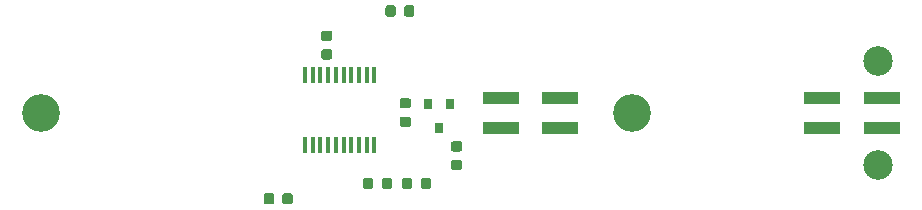
<source format=gbr>
G04 #@! TF.GenerationSoftware,KiCad,Pcbnew,(5.1.2)-2*
G04 #@! TF.CreationDate,2020-05-22T00:53:43-04:00*
G04 #@! TF.ProjectId,AddressableLED,41646472-6573-4736-9162-6c654c45442e,rev?*
G04 #@! TF.SameCoordinates,Original*
G04 #@! TF.FileFunction,Soldermask,Bot*
G04 #@! TF.FilePolarity,Negative*
%FSLAX46Y46*%
G04 Gerber Fmt 4.6, Leading zero omitted, Abs format (unit mm)*
G04 Created by KiCad (PCBNEW (5.1.2)-2) date 2020-05-22 00:53:43*
%MOMM*%
%LPD*%
G04 APERTURE LIST*
%ADD10C,3.200000*%
%ADD11C,0.100000*%
%ADD12C,0.875000*%
%ADD13R,3.150000X1.000000*%
%ADD14C,2.500000*%
%ADD15R,0.450000X1.450000*%
%ADD16R,0.800000X0.900000*%
G04 APERTURE END LIST*
D10*
X114700000Y-110000000D03*
D11*
G36*
X134252691Y-116826053D02*
G01*
X134273926Y-116829203D01*
X134294750Y-116834419D01*
X134314962Y-116841651D01*
X134334368Y-116850830D01*
X134352781Y-116861866D01*
X134370024Y-116874654D01*
X134385930Y-116889070D01*
X134400346Y-116904976D01*
X134413134Y-116922219D01*
X134424170Y-116940632D01*
X134433349Y-116960038D01*
X134440581Y-116980250D01*
X134445797Y-117001074D01*
X134448947Y-117022309D01*
X134450000Y-117043750D01*
X134450000Y-117556250D01*
X134448947Y-117577691D01*
X134445797Y-117598926D01*
X134440581Y-117619750D01*
X134433349Y-117639962D01*
X134424170Y-117659368D01*
X134413134Y-117677781D01*
X134400346Y-117695024D01*
X134385930Y-117710930D01*
X134370024Y-117725346D01*
X134352781Y-117738134D01*
X134334368Y-117749170D01*
X134314962Y-117758349D01*
X134294750Y-117765581D01*
X134273926Y-117770797D01*
X134252691Y-117773947D01*
X134231250Y-117775000D01*
X133793750Y-117775000D01*
X133772309Y-117773947D01*
X133751074Y-117770797D01*
X133730250Y-117765581D01*
X133710038Y-117758349D01*
X133690632Y-117749170D01*
X133672219Y-117738134D01*
X133654976Y-117725346D01*
X133639070Y-117710930D01*
X133624654Y-117695024D01*
X133611866Y-117677781D01*
X133600830Y-117659368D01*
X133591651Y-117639962D01*
X133584419Y-117619750D01*
X133579203Y-117598926D01*
X133576053Y-117577691D01*
X133575000Y-117556250D01*
X133575000Y-117043750D01*
X133576053Y-117022309D01*
X133579203Y-117001074D01*
X133584419Y-116980250D01*
X133591651Y-116960038D01*
X133600830Y-116940632D01*
X133611866Y-116922219D01*
X133624654Y-116904976D01*
X133639070Y-116889070D01*
X133654976Y-116874654D01*
X133672219Y-116861866D01*
X133690632Y-116850830D01*
X133710038Y-116841651D01*
X133730250Y-116834419D01*
X133751074Y-116829203D01*
X133772309Y-116826053D01*
X133793750Y-116825000D01*
X134231250Y-116825000D01*
X134252691Y-116826053D01*
X134252691Y-116826053D01*
G37*
D12*
X134012500Y-117300000D03*
D11*
G36*
X135827691Y-116826053D02*
G01*
X135848926Y-116829203D01*
X135869750Y-116834419D01*
X135889962Y-116841651D01*
X135909368Y-116850830D01*
X135927781Y-116861866D01*
X135945024Y-116874654D01*
X135960930Y-116889070D01*
X135975346Y-116904976D01*
X135988134Y-116922219D01*
X135999170Y-116940632D01*
X136008349Y-116960038D01*
X136015581Y-116980250D01*
X136020797Y-117001074D01*
X136023947Y-117022309D01*
X136025000Y-117043750D01*
X136025000Y-117556250D01*
X136023947Y-117577691D01*
X136020797Y-117598926D01*
X136015581Y-117619750D01*
X136008349Y-117639962D01*
X135999170Y-117659368D01*
X135988134Y-117677781D01*
X135975346Y-117695024D01*
X135960930Y-117710930D01*
X135945024Y-117725346D01*
X135927781Y-117738134D01*
X135909368Y-117749170D01*
X135889962Y-117758349D01*
X135869750Y-117765581D01*
X135848926Y-117770797D01*
X135827691Y-117773947D01*
X135806250Y-117775000D01*
X135368750Y-117775000D01*
X135347309Y-117773947D01*
X135326074Y-117770797D01*
X135305250Y-117765581D01*
X135285038Y-117758349D01*
X135265632Y-117749170D01*
X135247219Y-117738134D01*
X135229976Y-117725346D01*
X135214070Y-117710930D01*
X135199654Y-117695024D01*
X135186866Y-117677781D01*
X135175830Y-117659368D01*
X135166651Y-117639962D01*
X135159419Y-117619750D01*
X135154203Y-117598926D01*
X135151053Y-117577691D01*
X135150000Y-117556250D01*
X135150000Y-117043750D01*
X135151053Y-117022309D01*
X135154203Y-117001074D01*
X135159419Y-116980250D01*
X135166651Y-116960038D01*
X135175830Y-116940632D01*
X135186866Y-116922219D01*
X135199654Y-116904976D01*
X135214070Y-116889070D01*
X135229976Y-116874654D01*
X135247219Y-116861866D01*
X135265632Y-116850830D01*
X135285038Y-116841651D01*
X135305250Y-116834419D01*
X135326074Y-116829203D01*
X135347309Y-116826053D01*
X135368750Y-116825000D01*
X135806250Y-116825000D01*
X135827691Y-116826053D01*
X135827691Y-116826053D01*
G37*
D12*
X135587500Y-117300000D03*
D13*
X180875000Y-111270000D03*
X180875000Y-108730000D03*
X185925000Y-108730000D03*
X185925000Y-111270000D03*
X158675000Y-108730000D03*
X153625000Y-108730000D03*
X158675000Y-111270000D03*
X153625000Y-111270000D03*
D14*
X185600000Y-114400000D03*
X185600000Y-105600000D03*
D15*
X137075000Y-112750000D03*
X137725000Y-112750000D03*
X138375000Y-112750000D03*
X139025000Y-112750000D03*
X139675000Y-112750000D03*
X140325000Y-112750000D03*
X140975000Y-112750000D03*
X141625000Y-112750000D03*
X142275000Y-112750000D03*
X142925000Y-112750000D03*
X142925000Y-106850000D03*
X142275000Y-106850000D03*
X141625000Y-106850000D03*
X140975000Y-106850000D03*
X140325000Y-106850000D03*
X139675000Y-106850000D03*
X139025000Y-106850000D03*
X138375000Y-106850000D03*
X137725000Y-106850000D03*
X137075000Y-106850000D03*
D16*
X148400000Y-111300000D03*
X149350000Y-109300000D03*
X147450000Y-109300000D03*
D11*
G36*
X146127691Y-100926053D02*
G01*
X146148926Y-100929203D01*
X146169750Y-100934419D01*
X146189962Y-100941651D01*
X146209368Y-100950830D01*
X146227781Y-100961866D01*
X146245024Y-100974654D01*
X146260930Y-100989070D01*
X146275346Y-101004976D01*
X146288134Y-101022219D01*
X146299170Y-101040632D01*
X146308349Y-101060038D01*
X146315581Y-101080250D01*
X146320797Y-101101074D01*
X146323947Y-101122309D01*
X146325000Y-101143750D01*
X146325000Y-101656250D01*
X146323947Y-101677691D01*
X146320797Y-101698926D01*
X146315581Y-101719750D01*
X146308349Y-101739962D01*
X146299170Y-101759368D01*
X146288134Y-101777781D01*
X146275346Y-101795024D01*
X146260930Y-101810930D01*
X146245024Y-101825346D01*
X146227781Y-101838134D01*
X146209368Y-101849170D01*
X146189962Y-101858349D01*
X146169750Y-101865581D01*
X146148926Y-101870797D01*
X146127691Y-101873947D01*
X146106250Y-101875000D01*
X145668750Y-101875000D01*
X145647309Y-101873947D01*
X145626074Y-101870797D01*
X145605250Y-101865581D01*
X145585038Y-101858349D01*
X145565632Y-101849170D01*
X145547219Y-101838134D01*
X145529976Y-101825346D01*
X145514070Y-101810930D01*
X145499654Y-101795024D01*
X145486866Y-101777781D01*
X145475830Y-101759368D01*
X145466651Y-101739962D01*
X145459419Y-101719750D01*
X145454203Y-101698926D01*
X145451053Y-101677691D01*
X145450000Y-101656250D01*
X145450000Y-101143750D01*
X145451053Y-101122309D01*
X145454203Y-101101074D01*
X145459419Y-101080250D01*
X145466651Y-101060038D01*
X145475830Y-101040632D01*
X145486866Y-101022219D01*
X145499654Y-101004976D01*
X145514070Y-100989070D01*
X145529976Y-100974654D01*
X145547219Y-100961866D01*
X145565632Y-100950830D01*
X145585038Y-100941651D01*
X145605250Y-100934419D01*
X145626074Y-100929203D01*
X145647309Y-100926053D01*
X145668750Y-100925000D01*
X146106250Y-100925000D01*
X146127691Y-100926053D01*
X146127691Y-100926053D01*
G37*
D12*
X145887500Y-101400000D03*
D11*
G36*
X144552691Y-100926053D02*
G01*
X144573926Y-100929203D01*
X144594750Y-100934419D01*
X144614962Y-100941651D01*
X144634368Y-100950830D01*
X144652781Y-100961866D01*
X144670024Y-100974654D01*
X144685930Y-100989070D01*
X144700346Y-101004976D01*
X144713134Y-101022219D01*
X144724170Y-101040632D01*
X144733349Y-101060038D01*
X144740581Y-101080250D01*
X144745797Y-101101074D01*
X144748947Y-101122309D01*
X144750000Y-101143750D01*
X144750000Y-101656250D01*
X144748947Y-101677691D01*
X144745797Y-101698926D01*
X144740581Y-101719750D01*
X144733349Y-101739962D01*
X144724170Y-101759368D01*
X144713134Y-101777781D01*
X144700346Y-101795024D01*
X144685930Y-101810930D01*
X144670024Y-101825346D01*
X144652781Y-101838134D01*
X144634368Y-101849170D01*
X144614962Y-101858349D01*
X144594750Y-101865581D01*
X144573926Y-101870797D01*
X144552691Y-101873947D01*
X144531250Y-101875000D01*
X144093750Y-101875000D01*
X144072309Y-101873947D01*
X144051074Y-101870797D01*
X144030250Y-101865581D01*
X144010038Y-101858349D01*
X143990632Y-101849170D01*
X143972219Y-101838134D01*
X143954976Y-101825346D01*
X143939070Y-101810930D01*
X143924654Y-101795024D01*
X143911866Y-101777781D01*
X143900830Y-101759368D01*
X143891651Y-101739962D01*
X143884419Y-101719750D01*
X143879203Y-101698926D01*
X143876053Y-101677691D01*
X143875000Y-101656250D01*
X143875000Y-101143750D01*
X143876053Y-101122309D01*
X143879203Y-101101074D01*
X143884419Y-101080250D01*
X143891651Y-101060038D01*
X143900830Y-101040632D01*
X143911866Y-101022219D01*
X143924654Y-101004976D01*
X143939070Y-100989070D01*
X143954976Y-100974654D01*
X143972219Y-100961866D01*
X143990632Y-100950830D01*
X144010038Y-100941651D01*
X144030250Y-100934419D01*
X144051074Y-100929203D01*
X144072309Y-100926053D01*
X144093750Y-100925000D01*
X144531250Y-100925000D01*
X144552691Y-100926053D01*
X144552691Y-100926053D01*
G37*
D12*
X144312500Y-101400000D03*
D11*
G36*
X139177691Y-103063553D02*
G01*
X139198926Y-103066703D01*
X139219750Y-103071919D01*
X139239962Y-103079151D01*
X139259368Y-103088330D01*
X139277781Y-103099366D01*
X139295024Y-103112154D01*
X139310930Y-103126570D01*
X139325346Y-103142476D01*
X139338134Y-103159719D01*
X139349170Y-103178132D01*
X139358349Y-103197538D01*
X139365581Y-103217750D01*
X139370797Y-103238574D01*
X139373947Y-103259809D01*
X139375000Y-103281250D01*
X139375000Y-103718750D01*
X139373947Y-103740191D01*
X139370797Y-103761426D01*
X139365581Y-103782250D01*
X139358349Y-103802462D01*
X139349170Y-103821868D01*
X139338134Y-103840281D01*
X139325346Y-103857524D01*
X139310930Y-103873430D01*
X139295024Y-103887846D01*
X139277781Y-103900634D01*
X139259368Y-103911670D01*
X139239962Y-103920849D01*
X139219750Y-103928081D01*
X139198926Y-103933297D01*
X139177691Y-103936447D01*
X139156250Y-103937500D01*
X138643750Y-103937500D01*
X138622309Y-103936447D01*
X138601074Y-103933297D01*
X138580250Y-103928081D01*
X138560038Y-103920849D01*
X138540632Y-103911670D01*
X138522219Y-103900634D01*
X138504976Y-103887846D01*
X138489070Y-103873430D01*
X138474654Y-103857524D01*
X138461866Y-103840281D01*
X138450830Y-103821868D01*
X138441651Y-103802462D01*
X138434419Y-103782250D01*
X138429203Y-103761426D01*
X138426053Y-103740191D01*
X138425000Y-103718750D01*
X138425000Y-103281250D01*
X138426053Y-103259809D01*
X138429203Y-103238574D01*
X138434419Y-103217750D01*
X138441651Y-103197538D01*
X138450830Y-103178132D01*
X138461866Y-103159719D01*
X138474654Y-103142476D01*
X138489070Y-103126570D01*
X138504976Y-103112154D01*
X138522219Y-103099366D01*
X138540632Y-103088330D01*
X138560038Y-103079151D01*
X138580250Y-103071919D01*
X138601074Y-103066703D01*
X138622309Y-103063553D01*
X138643750Y-103062500D01*
X139156250Y-103062500D01*
X139177691Y-103063553D01*
X139177691Y-103063553D01*
G37*
D12*
X138900000Y-103500000D03*
D11*
G36*
X139177691Y-104638553D02*
G01*
X139198926Y-104641703D01*
X139219750Y-104646919D01*
X139239962Y-104654151D01*
X139259368Y-104663330D01*
X139277781Y-104674366D01*
X139295024Y-104687154D01*
X139310930Y-104701570D01*
X139325346Y-104717476D01*
X139338134Y-104734719D01*
X139349170Y-104753132D01*
X139358349Y-104772538D01*
X139365581Y-104792750D01*
X139370797Y-104813574D01*
X139373947Y-104834809D01*
X139375000Y-104856250D01*
X139375000Y-105293750D01*
X139373947Y-105315191D01*
X139370797Y-105336426D01*
X139365581Y-105357250D01*
X139358349Y-105377462D01*
X139349170Y-105396868D01*
X139338134Y-105415281D01*
X139325346Y-105432524D01*
X139310930Y-105448430D01*
X139295024Y-105462846D01*
X139277781Y-105475634D01*
X139259368Y-105486670D01*
X139239962Y-105495849D01*
X139219750Y-105503081D01*
X139198926Y-105508297D01*
X139177691Y-105511447D01*
X139156250Y-105512500D01*
X138643750Y-105512500D01*
X138622309Y-105511447D01*
X138601074Y-105508297D01*
X138580250Y-105503081D01*
X138560038Y-105495849D01*
X138540632Y-105486670D01*
X138522219Y-105475634D01*
X138504976Y-105462846D01*
X138489070Y-105448430D01*
X138474654Y-105432524D01*
X138461866Y-105415281D01*
X138450830Y-105396868D01*
X138441651Y-105377462D01*
X138434419Y-105357250D01*
X138429203Y-105336426D01*
X138426053Y-105315191D01*
X138425000Y-105293750D01*
X138425000Y-104856250D01*
X138426053Y-104834809D01*
X138429203Y-104813574D01*
X138434419Y-104792750D01*
X138441651Y-104772538D01*
X138450830Y-104753132D01*
X138461866Y-104734719D01*
X138474654Y-104717476D01*
X138489070Y-104701570D01*
X138504976Y-104687154D01*
X138522219Y-104674366D01*
X138540632Y-104663330D01*
X138560038Y-104654151D01*
X138580250Y-104646919D01*
X138601074Y-104641703D01*
X138622309Y-104638553D01*
X138643750Y-104637500D01*
X139156250Y-104637500D01*
X139177691Y-104638553D01*
X139177691Y-104638553D01*
G37*
D12*
X138900000Y-105075000D03*
D11*
G36*
X147527691Y-115526053D02*
G01*
X147548926Y-115529203D01*
X147569750Y-115534419D01*
X147589962Y-115541651D01*
X147609368Y-115550830D01*
X147627781Y-115561866D01*
X147645024Y-115574654D01*
X147660930Y-115589070D01*
X147675346Y-115604976D01*
X147688134Y-115622219D01*
X147699170Y-115640632D01*
X147708349Y-115660038D01*
X147715581Y-115680250D01*
X147720797Y-115701074D01*
X147723947Y-115722309D01*
X147725000Y-115743750D01*
X147725000Y-116256250D01*
X147723947Y-116277691D01*
X147720797Y-116298926D01*
X147715581Y-116319750D01*
X147708349Y-116339962D01*
X147699170Y-116359368D01*
X147688134Y-116377781D01*
X147675346Y-116395024D01*
X147660930Y-116410930D01*
X147645024Y-116425346D01*
X147627781Y-116438134D01*
X147609368Y-116449170D01*
X147589962Y-116458349D01*
X147569750Y-116465581D01*
X147548926Y-116470797D01*
X147527691Y-116473947D01*
X147506250Y-116475000D01*
X147068750Y-116475000D01*
X147047309Y-116473947D01*
X147026074Y-116470797D01*
X147005250Y-116465581D01*
X146985038Y-116458349D01*
X146965632Y-116449170D01*
X146947219Y-116438134D01*
X146929976Y-116425346D01*
X146914070Y-116410930D01*
X146899654Y-116395024D01*
X146886866Y-116377781D01*
X146875830Y-116359368D01*
X146866651Y-116339962D01*
X146859419Y-116319750D01*
X146854203Y-116298926D01*
X146851053Y-116277691D01*
X146850000Y-116256250D01*
X146850000Y-115743750D01*
X146851053Y-115722309D01*
X146854203Y-115701074D01*
X146859419Y-115680250D01*
X146866651Y-115660038D01*
X146875830Y-115640632D01*
X146886866Y-115622219D01*
X146899654Y-115604976D01*
X146914070Y-115589070D01*
X146929976Y-115574654D01*
X146947219Y-115561866D01*
X146965632Y-115550830D01*
X146985038Y-115541651D01*
X147005250Y-115534419D01*
X147026074Y-115529203D01*
X147047309Y-115526053D01*
X147068750Y-115525000D01*
X147506250Y-115525000D01*
X147527691Y-115526053D01*
X147527691Y-115526053D01*
G37*
D12*
X147287500Y-116000000D03*
D11*
G36*
X145952691Y-115526053D02*
G01*
X145973926Y-115529203D01*
X145994750Y-115534419D01*
X146014962Y-115541651D01*
X146034368Y-115550830D01*
X146052781Y-115561866D01*
X146070024Y-115574654D01*
X146085930Y-115589070D01*
X146100346Y-115604976D01*
X146113134Y-115622219D01*
X146124170Y-115640632D01*
X146133349Y-115660038D01*
X146140581Y-115680250D01*
X146145797Y-115701074D01*
X146148947Y-115722309D01*
X146150000Y-115743750D01*
X146150000Y-116256250D01*
X146148947Y-116277691D01*
X146145797Y-116298926D01*
X146140581Y-116319750D01*
X146133349Y-116339962D01*
X146124170Y-116359368D01*
X146113134Y-116377781D01*
X146100346Y-116395024D01*
X146085930Y-116410930D01*
X146070024Y-116425346D01*
X146052781Y-116438134D01*
X146034368Y-116449170D01*
X146014962Y-116458349D01*
X145994750Y-116465581D01*
X145973926Y-116470797D01*
X145952691Y-116473947D01*
X145931250Y-116475000D01*
X145493750Y-116475000D01*
X145472309Y-116473947D01*
X145451074Y-116470797D01*
X145430250Y-116465581D01*
X145410038Y-116458349D01*
X145390632Y-116449170D01*
X145372219Y-116438134D01*
X145354976Y-116425346D01*
X145339070Y-116410930D01*
X145324654Y-116395024D01*
X145311866Y-116377781D01*
X145300830Y-116359368D01*
X145291651Y-116339962D01*
X145284419Y-116319750D01*
X145279203Y-116298926D01*
X145276053Y-116277691D01*
X145275000Y-116256250D01*
X145275000Y-115743750D01*
X145276053Y-115722309D01*
X145279203Y-115701074D01*
X145284419Y-115680250D01*
X145291651Y-115660038D01*
X145300830Y-115640632D01*
X145311866Y-115622219D01*
X145324654Y-115604976D01*
X145339070Y-115589070D01*
X145354976Y-115574654D01*
X145372219Y-115561866D01*
X145390632Y-115550830D01*
X145410038Y-115541651D01*
X145430250Y-115534419D01*
X145451074Y-115529203D01*
X145472309Y-115526053D01*
X145493750Y-115525000D01*
X145931250Y-115525000D01*
X145952691Y-115526053D01*
X145952691Y-115526053D01*
G37*
D12*
X145712500Y-116000000D03*
D11*
G36*
X142652691Y-115526053D02*
G01*
X142673926Y-115529203D01*
X142694750Y-115534419D01*
X142714962Y-115541651D01*
X142734368Y-115550830D01*
X142752781Y-115561866D01*
X142770024Y-115574654D01*
X142785930Y-115589070D01*
X142800346Y-115604976D01*
X142813134Y-115622219D01*
X142824170Y-115640632D01*
X142833349Y-115660038D01*
X142840581Y-115680250D01*
X142845797Y-115701074D01*
X142848947Y-115722309D01*
X142850000Y-115743750D01*
X142850000Y-116256250D01*
X142848947Y-116277691D01*
X142845797Y-116298926D01*
X142840581Y-116319750D01*
X142833349Y-116339962D01*
X142824170Y-116359368D01*
X142813134Y-116377781D01*
X142800346Y-116395024D01*
X142785930Y-116410930D01*
X142770024Y-116425346D01*
X142752781Y-116438134D01*
X142734368Y-116449170D01*
X142714962Y-116458349D01*
X142694750Y-116465581D01*
X142673926Y-116470797D01*
X142652691Y-116473947D01*
X142631250Y-116475000D01*
X142193750Y-116475000D01*
X142172309Y-116473947D01*
X142151074Y-116470797D01*
X142130250Y-116465581D01*
X142110038Y-116458349D01*
X142090632Y-116449170D01*
X142072219Y-116438134D01*
X142054976Y-116425346D01*
X142039070Y-116410930D01*
X142024654Y-116395024D01*
X142011866Y-116377781D01*
X142000830Y-116359368D01*
X141991651Y-116339962D01*
X141984419Y-116319750D01*
X141979203Y-116298926D01*
X141976053Y-116277691D01*
X141975000Y-116256250D01*
X141975000Y-115743750D01*
X141976053Y-115722309D01*
X141979203Y-115701074D01*
X141984419Y-115680250D01*
X141991651Y-115660038D01*
X142000830Y-115640632D01*
X142011866Y-115622219D01*
X142024654Y-115604976D01*
X142039070Y-115589070D01*
X142054976Y-115574654D01*
X142072219Y-115561866D01*
X142090632Y-115550830D01*
X142110038Y-115541651D01*
X142130250Y-115534419D01*
X142151074Y-115529203D01*
X142172309Y-115526053D01*
X142193750Y-115525000D01*
X142631250Y-115525000D01*
X142652691Y-115526053D01*
X142652691Y-115526053D01*
G37*
D12*
X142412500Y-116000000D03*
D11*
G36*
X144227691Y-115526053D02*
G01*
X144248926Y-115529203D01*
X144269750Y-115534419D01*
X144289962Y-115541651D01*
X144309368Y-115550830D01*
X144327781Y-115561866D01*
X144345024Y-115574654D01*
X144360930Y-115589070D01*
X144375346Y-115604976D01*
X144388134Y-115622219D01*
X144399170Y-115640632D01*
X144408349Y-115660038D01*
X144415581Y-115680250D01*
X144420797Y-115701074D01*
X144423947Y-115722309D01*
X144425000Y-115743750D01*
X144425000Y-116256250D01*
X144423947Y-116277691D01*
X144420797Y-116298926D01*
X144415581Y-116319750D01*
X144408349Y-116339962D01*
X144399170Y-116359368D01*
X144388134Y-116377781D01*
X144375346Y-116395024D01*
X144360930Y-116410930D01*
X144345024Y-116425346D01*
X144327781Y-116438134D01*
X144309368Y-116449170D01*
X144289962Y-116458349D01*
X144269750Y-116465581D01*
X144248926Y-116470797D01*
X144227691Y-116473947D01*
X144206250Y-116475000D01*
X143768750Y-116475000D01*
X143747309Y-116473947D01*
X143726074Y-116470797D01*
X143705250Y-116465581D01*
X143685038Y-116458349D01*
X143665632Y-116449170D01*
X143647219Y-116438134D01*
X143629976Y-116425346D01*
X143614070Y-116410930D01*
X143599654Y-116395024D01*
X143586866Y-116377781D01*
X143575830Y-116359368D01*
X143566651Y-116339962D01*
X143559419Y-116319750D01*
X143554203Y-116298926D01*
X143551053Y-116277691D01*
X143550000Y-116256250D01*
X143550000Y-115743750D01*
X143551053Y-115722309D01*
X143554203Y-115701074D01*
X143559419Y-115680250D01*
X143566651Y-115660038D01*
X143575830Y-115640632D01*
X143586866Y-115622219D01*
X143599654Y-115604976D01*
X143614070Y-115589070D01*
X143629976Y-115574654D01*
X143647219Y-115561866D01*
X143665632Y-115550830D01*
X143685038Y-115541651D01*
X143705250Y-115534419D01*
X143726074Y-115529203D01*
X143747309Y-115526053D01*
X143768750Y-115525000D01*
X144206250Y-115525000D01*
X144227691Y-115526053D01*
X144227691Y-115526053D01*
G37*
D12*
X143987500Y-116000000D03*
D11*
G36*
X145827691Y-110351053D02*
G01*
X145848926Y-110354203D01*
X145869750Y-110359419D01*
X145889962Y-110366651D01*
X145909368Y-110375830D01*
X145927781Y-110386866D01*
X145945024Y-110399654D01*
X145960930Y-110414070D01*
X145975346Y-110429976D01*
X145988134Y-110447219D01*
X145999170Y-110465632D01*
X146008349Y-110485038D01*
X146015581Y-110505250D01*
X146020797Y-110526074D01*
X146023947Y-110547309D01*
X146025000Y-110568750D01*
X146025000Y-111006250D01*
X146023947Y-111027691D01*
X146020797Y-111048926D01*
X146015581Y-111069750D01*
X146008349Y-111089962D01*
X145999170Y-111109368D01*
X145988134Y-111127781D01*
X145975346Y-111145024D01*
X145960930Y-111160930D01*
X145945024Y-111175346D01*
X145927781Y-111188134D01*
X145909368Y-111199170D01*
X145889962Y-111208349D01*
X145869750Y-111215581D01*
X145848926Y-111220797D01*
X145827691Y-111223947D01*
X145806250Y-111225000D01*
X145293750Y-111225000D01*
X145272309Y-111223947D01*
X145251074Y-111220797D01*
X145230250Y-111215581D01*
X145210038Y-111208349D01*
X145190632Y-111199170D01*
X145172219Y-111188134D01*
X145154976Y-111175346D01*
X145139070Y-111160930D01*
X145124654Y-111145024D01*
X145111866Y-111127781D01*
X145100830Y-111109368D01*
X145091651Y-111089962D01*
X145084419Y-111069750D01*
X145079203Y-111048926D01*
X145076053Y-111027691D01*
X145075000Y-111006250D01*
X145075000Y-110568750D01*
X145076053Y-110547309D01*
X145079203Y-110526074D01*
X145084419Y-110505250D01*
X145091651Y-110485038D01*
X145100830Y-110465632D01*
X145111866Y-110447219D01*
X145124654Y-110429976D01*
X145139070Y-110414070D01*
X145154976Y-110399654D01*
X145172219Y-110386866D01*
X145190632Y-110375830D01*
X145210038Y-110366651D01*
X145230250Y-110359419D01*
X145251074Y-110354203D01*
X145272309Y-110351053D01*
X145293750Y-110350000D01*
X145806250Y-110350000D01*
X145827691Y-110351053D01*
X145827691Y-110351053D01*
G37*
D12*
X145550000Y-110787500D03*
D11*
G36*
X145827691Y-108776053D02*
G01*
X145848926Y-108779203D01*
X145869750Y-108784419D01*
X145889962Y-108791651D01*
X145909368Y-108800830D01*
X145927781Y-108811866D01*
X145945024Y-108824654D01*
X145960930Y-108839070D01*
X145975346Y-108854976D01*
X145988134Y-108872219D01*
X145999170Y-108890632D01*
X146008349Y-108910038D01*
X146015581Y-108930250D01*
X146020797Y-108951074D01*
X146023947Y-108972309D01*
X146025000Y-108993750D01*
X146025000Y-109431250D01*
X146023947Y-109452691D01*
X146020797Y-109473926D01*
X146015581Y-109494750D01*
X146008349Y-109514962D01*
X145999170Y-109534368D01*
X145988134Y-109552781D01*
X145975346Y-109570024D01*
X145960930Y-109585930D01*
X145945024Y-109600346D01*
X145927781Y-109613134D01*
X145909368Y-109624170D01*
X145889962Y-109633349D01*
X145869750Y-109640581D01*
X145848926Y-109645797D01*
X145827691Y-109648947D01*
X145806250Y-109650000D01*
X145293750Y-109650000D01*
X145272309Y-109648947D01*
X145251074Y-109645797D01*
X145230250Y-109640581D01*
X145210038Y-109633349D01*
X145190632Y-109624170D01*
X145172219Y-109613134D01*
X145154976Y-109600346D01*
X145139070Y-109585930D01*
X145124654Y-109570024D01*
X145111866Y-109552781D01*
X145100830Y-109534368D01*
X145091651Y-109514962D01*
X145084419Y-109494750D01*
X145079203Y-109473926D01*
X145076053Y-109452691D01*
X145075000Y-109431250D01*
X145075000Y-108993750D01*
X145076053Y-108972309D01*
X145079203Y-108951074D01*
X145084419Y-108930250D01*
X145091651Y-108910038D01*
X145100830Y-108890632D01*
X145111866Y-108872219D01*
X145124654Y-108854976D01*
X145139070Y-108839070D01*
X145154976Y-108824654D01*
X145172219Y-108811866D01*
X145190632Y-108800830D01*
X145210038Y-108791651D01*
X145230250Y-108784419D01*
X145251074Y-108779203D01*
X145272309Y-108776053D01*
X145293750Y-108775000D01*
X145806250Y-108775000D01*
X145827691Y-108776053D01*
X145827691Y-108776053D01*
G37*
D12*
X145550000Y-109212500D03*
D11*
G36*
X150177691Y-114001053D02*
G01*
X150198926Y-114004203D01*
X150219750Y-114009419D01*
X150239962Y-114016651D01*
X150259368Y-114025830D01*
X150277781Y-114036866D01*
X150295024Y-114049654D01*
X150310930Y-114064070D01*
X150325346Y-114079976D01*
X150338134Y-114097219D01*
X150349170Y-114115632D01*
X150358349Y-114135038D01*
X150365581Y-114155250D01*
X150370797Y-114176074D01*
X150373947Y-114197309D01*
X150375000Y-114218750D01*
X150375000Y-114656250D01*
X150373947Y-114677691D01*
X150370797Y-114698926D01*
X150365581Y-114719750D01*
X150358349Y-114739962D01*
X150349170Y-114759368D01*
X150338134Y-114777781D01*
X150325346Y-114795024D01*
X150310930Y-114810930D01*
X150295024Y-114825346D01*
X150277781Y-114838134D01*
X150259368Y-114849170D01*
X150239962Y-114858349D01*
X150219750Y-114865581D01*
X150198926Y-114870797D01*
X150177691Y-114873947D01*
X150156250Y-114875000D01*
X149643750Y-114875000D01*
X149622309Y-114873947D01*
X149601074Y-114870797D01*
X149580250Y-114865581D01*
X149560038Y-114858349D01*
X149540632Y-114849170D01*
X149522219Y-114838134D01*
X149504976Y-114825346D01*
X149489070Y-114810930D01*
X149474654Y-114795024D01*
X149461866Y-114777781D01*
X149450830Y-114759368D01*
X149441651Y-114739962D01*
X149434419Y-114719750D01*
X149429203Y-114698926D01*
X149426053Y-114677691D01*
X149425000Y-114656250D01*
X149425000Y-114218750D01*
X149426053Y-114197309D01*
X149429203Y-114176074D01*
X149434419Y-114155250D01*
X149441651Y-114135038D01*
X149450830Y-114115632D01*
X149461866Y-114097219D01*
X149474654Y-114079976D01*
X149489070Y-114064070D01*
X149504976Y-114049654D01*
X149522219Y-114036866D01*
X149540632Y-114025830D01*
X149560038Y-114016651D01*
X149580250Y-114009419D01*
X149601074Y-114004203D01*
X149622309Y-114001053D01*
X149643750Y-114000000D01*
X150156250Y-114000000D01*
X150177691Y-114001053D01*
X150177691Y-114001053D01*
G37*
D12*
X149900000Y-114437500D03*
D11*
G36*
X150177691Y-112426053D02*
G01*
X150198926Y-112429203D01*
X150219750Y-112434419D01*
X150239962Y-112441651D01*
X150259368Y-112450830D01*
X150277781Y-112461866D01*
X150295024Y-112474654D01*
X150310930Y-112489070D01*
X150325346Y-112504976D01*
X150338134Y-112522219D01*
X150349170Y-112540632D01*
X150358349Y-112560038D01*
X150365581Y-112580250D01*
X150370797Y-112601074D01*
X150373947Y-112622309D01*
X150375000Y-112643750D01*
X150375000Y-113081250D01*
X150373947Y-113102691D01*
X150370797Y-113123926D01*
X150365581Y-113144750D01*
X150358349Y-113164962D01*
X150349170Y-113184368D01*
X150338134Y-113202781D01*
X150325346Y-113220024D01*
X150310930Y-113235930D01*
X150295024Y-113250346D01*
X150277781Y-113263134D01*
X150259368Y-113274170D01*
X150239962Y-113283349D01*
X150219750Y-113290581D01*
X150198926Y-113295797D01*
X150177691Y-113298947D01*
X150156250Y-113300000D01*
X149643750Y-113300000D01*
X149622309Y-113298947D01*
X149601074Y-113295797D01*
X149580250Y-113290581D01*
X149560038Y-113283349D01*
X149540632Y-113274170D01*
X149522219Y-113263134D01*
X149504976Y-113250346D01*
X149489070Y-113235930D01*
X149474654Y-113220024D01*
X149461866Y-113202781D01*
X149450830Y-113184368D01*
X149441651Y-113164962D01*
X149434419Y-113144750D01*
X149429203Y-113123926D01*
X149426053Y-113102691D01*
X149425000Y-113081250D01*
X149425000Y-112643750D01*
X149426053Y-112622309D01*
X149429203Y-112601074D01*
X149434419Y-112580250D01*
X149441651Y-112560038D01*
X149450830Y-112540632D01*
X149461866Y-112522219D01*
X149474654Y-112504976D01*
X149489070Y-112489070D01*
X149504976Y-112474654D01*
X149522219Y-112461866D01*
X149540632Y-112450830D01*
X149560038Y-112441651D01*
X149580250Y-112434419D01*
X149601074Y-112429203D01*
X149622309Y-112426053D01*
X149643750Y-112425000D01*
X150156250Y-112425000D01*
X150177691Y-112426053D01*
X150177691Y-112426053D01*
G37*
D12*
X149900000Y-112862500D03*
D10*
X164750000Y-110000000D03*
M02*

</source>
